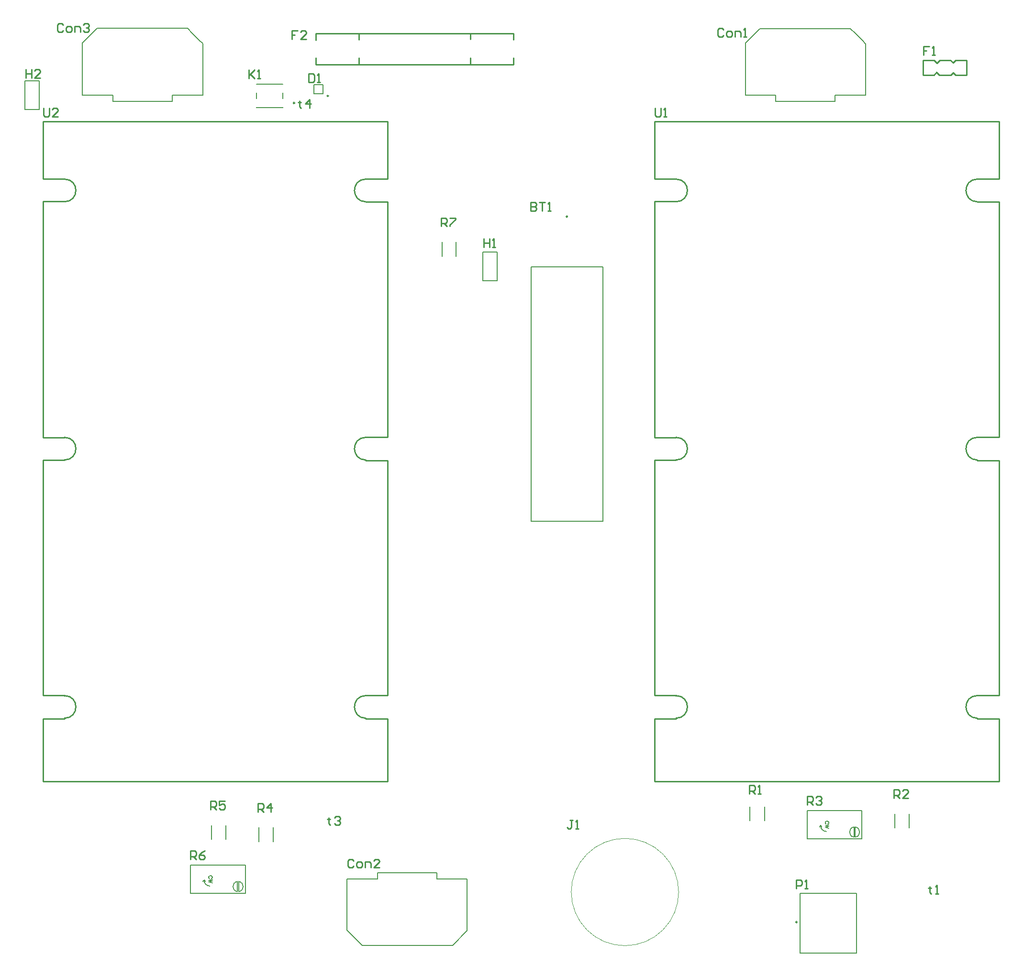
<source format=gto>
G04*
G04 #@! TF.GenerationSoftware,Altium Limited,Altium Designer,19.0.15 (446)*
G04*
G04 Layer_Color=65535*
%FSLAX25Y25*%
%MOIN*%
G70*
G01*
G75*
%ADD10C,0.00984*%
%ADD11C,0.00600*%
%ADD12C,0.01000*%
%ADD13C,0.00394*%
%ADD14C,0.00787*%
%ADD15C,0.00500*%
D10*
X543445Y22000D02*
G03*
X543445Y22000I-492J0D01*
G01*
X216929Y597933D02*
G03*
X216929Y597933I-492J0D01*
G01*
X383492Y513799D02*
G03*
X383492Y513799I-492J0D01*
G01*
X193421Y592980D02*
G03*
X193421Y592980I-492J0D01*
G01*
D11*
X583081Y88287D02*
G03*
X583081Y81241I374J-3523D01*
G01*
X583830Y81240D02*
G03*
X583830Y88288I-375J3524D01*
G01*
X559795Y89114D02*
G03*
X563752Y85158I3957J0D01*
G01*
X153581Y50287D02*
G03*
X153581Y43241I374J-3523D01*
G01*
X154330Y43240D02*
G03*
X154330Y50288I-375J3524D01*
G01*
X130295Y51114D02*
G03*
X134252Y47157I3957J0D01*
G01*
X583831Y81234D02*
Y88294D01*
X583081Y81235D02*
Y88293D01*
X559795Y89488D02*
X560602Y88307D01*
X559028D02*
X559795Y89488D01*
X154331Y43234D02*
Y50294D01*
X153581Y43235D02*
Y50293D01*
X130295Y51488D02*
X131102Y50307D01*
X129528D02*
X130295Y51488D01*
D12*
X459079Y344126D02*
G03*
X459079Y359874I0J7874D01*
G01*
Y524126D02*
G03*
X459079Y539874I0J7874D01*
G01*
X668921D02*
G03*
X668921Y524126I0J-7874D01*
G01*
Y359874D02*
G03*
X668921Y344126I0J-7874D01*
G01*
X459079Y164126D02*
G03*
X459079Y179874I0J7874D01*
G01*
X668921D02*
G03*
X668921Y164126I0J-7874D01*
G01*
X33079Y344126D02*
G03*
X33079Y359874I0J7874D01*
G01*
Y524126D02*
G03*
X33079Y539874I0J7874D01*
G01*
X242921D02*
G03*
X242921Y524126I0J-7874D01*
G01*
Y359874D02*
G03*
X242921Y344126I0J-7874D01*
G01*
X33079Y164126D02*
G03*
X33079Y179874I0J7874D01*
G01*
X242921D02*
G03*
X242921Y164126I0J-7874D01*
G01*
X208283Y636587D02*
Y639343D01*
Y641311D01*
Y619657D02*
Y624382D01*
Y619657D02*
X345685D01*
Y624382D01*
X208283Y641311D02*
X345685D01*
Y636980D02*
Y641311D01*
X238205Y636980D02*
Y641311D01*
Y619657D02*
Y624382D01*
X315764Y619657D02*
Y624382D01*
Y637374D02*
Y641311D01*
X444000Y120000D02*
Y163811D01*
Y180150D02*
Y295000D01*
Y309000D02*
Y343929D01*
Y359874D02*
Y524244D01*
Y540189D02*
Y580000D01*
X684000Y539953D02*
Y580000D01*
Y359953D02*
Y524126D01*
Y309000D02*
Y343732D01*
Y180150D02*
Y295000D01*
Y120000D02*
Y163811D01*
X668921D02*
X684000D01*
X668921Y180150D02*
X684000D01*
X668921Y343732D02*
X684000D01*
X668921Y359953D02*
X684000D01*
X668921Y524126D02*
X684000D01*
X668921Y539953D02*
X684000D01*
X447770Y540189D02*
X455309D01*
X444000Y524244D02*
X458291D01*
X444000Y359874D02*
X459079D01*
X447775Y344126D02*
X455314D01*
X444000Y180150D02*
X458803D01*
X444000Y163811D02*
X459079D01*
X444000Y580000D02*
X684000D01*
X444000Y120000D02*
X684000D01*
Y295000D02*
Y310071D01*
X444000Y295000D02*
Y309000D01*
X444005Y344126D02*
X447775D01*
X455314D02*
X459084D01*
X444000Y540189D02*
X447770D01*
X455309D02*
X459079D01*
X458803Y180150D02*
X459079Y179874D01*
X631106Y612500D02*
Y622776D01*
X638862D01*
X640791Y620846D01*
X661618Y612461D02*
Y622776D01*
X653941D02*
X661618D01*
X652110Y620945D02*
X653941Y622776D01*
X650280D02*
X652110Y620945D01*
X640791Y620846D02*
X642720Y622776D01*
X650280D01*
X631106Y612500D02*
X638744D01*
X640594Y614350D01*
X642445Y612500D01*
X650555D01*
X652209Y614154D01*
X653902Y612461D01*
X661618D01*
X18000Y120000D02*
Y163811D01*
Y180150D02*
Y295000D01*
Y309000D02*
Y343929D01*
Y359874D02*
Y524244D01*
Y540189D02*
Y580000D01*
X258000Y539953D02*
Y580000D01*
Y359953D02*
Y524126D01*
Y309000D02*
Y343732D01*
Y180150D02*
Y295000D01*
Y120000D02*
Y163811D01*
X242921D02*
X258000D01*
X242921Y180150D02*
X258000D01*
X242921Y343732D02*
X258000D01*
X242921Y359953D02*
X258000D01*
X242921Y524126D02*
X258000D01*
X242921Y539953D02*
X258000D01*
X21770Y540189D02*
X29309D01*
X18000Y524244D02*
X32291D01*
X18000Y359874D02*
X33079D01*
X21775Y344126D02*
X29314D01*
X18000Y180150D02*
X32803D01*
X18000Y163811D02*
X33079D01*
X18000Y580000D02*
X258000D01*
X18000Y120000D02*
X258000D01*
Y295000D02*
Y310071D01*
X18000Y295000D02*
Y309000D01*
X18005Y344126D02*
X21775D01*
X29314D02*
X33084D01*
X18000Y540189D02*
X21770D01*
X29309D02*
X33079D01*
X32803Y180150D02*
X33079Y179874D01*
X6000Y616498D02*
Y610500D01*
Y613499D01*
X9999D01*
Y616498D01*
Y610500D01*
X15997D02*
X11998D01*
X15997Y614499D01*
Y615498D01*
X14997Y616498D01*
X12998D01*
X11998Y615498D01*
X542950Y45550D02*
Y51548D01*
X545949D01*
X546949Y50548D01*
Y48549D01*
X545949Y47549D01*
X542950D01*
X548948Y45550D02*
X550947D01*
X549948D01*
Y51548D01*
X548948Y50548D01*
X203000Y613498D02*
Y607500D01*
X205999D01*
X206999Y608500D01*
Y612498D01*
X205999Y613498D01*
X203000D01*
X208998Y607500D02*
X210997D01*
X209998D01*
Y613498D01*
X208998Y612498D01*
X550400Y103652D02*
Y109650D01*
X553399D01*
X554399Y108650D01*
Y106651D01*
X553399Y105651D01*
X550400D01*
X552399D02*
X554399Y103652D01*
X556398Y108650D02*
X557398Y109650D01*
X559397D01*
X560397Y108650D01*
Y107651D01*
X559397Y106651D01*
X558397D01*
X559397D01*
X560397Y105651D01*
Y104652D01*
X559397Y103652D01*
X557398D01*
X556398Y104652D01*
X120900Y65700D02*
Y71698D01*
X123899D01*
X124899Y70698D01*
Y68699D01*
X123899Y67699D01*
X120900D01*
X122899D02*
X124899Y65700D01*
X130897Y71698D02*
X128897Y70698D01*
X126898Y68699D01*
Y66700D01*
X127898Y65700D01*
X129897D01*
X130897Y66700D01*
Y67699D01*
X129897Y68699D01*
X126898D01*
X18450Y589448D02*
Y584450D01*
X19450Y583450D01*
X21449D01*
X22449Y584450D01*
Y589448D01*
X28447Y583450D02*
X24448D01*
X28447Y587449D01*
Y588448D01*
X27447Y589448D01*
X25448D01*
X24448Y588448D01*
X444450Y589448D02*
Y584450D01*
X445450Y583450D01*
X447449D01*
X448449Y584450D01*
Y589448D01*
X450448Y583450D02*
X452447D01*
X451448D01*
Y589448D01*
X450448Y588448D01*
X196650Y594348D02*
Y593349D01*
X195650D01*
X197649D01*
X196650D01*
Y590350D01*
X197649Y589350D01*
X203647D02*
Y595348D01*
X200648Y592349D01*
X204647D01*
X217150Y94848D02*
Y93849D01*
X216150D01*
X218149D01*
X217150D01*
Y90850D01*
X218149Y89850D01*
X221148Y94848D02*
X222148Y95848D01*
X224147D01*
X225147Y94848D01*
Y93849D01*
X224147Y92849D01*
X223148D01*
X224147D01*
X225147Y91849D01*
Y90850D01*
X224147Y89850D01*
X222148D01*
X221148Y90850D01*
X635650Y46848D02*
Y45849D01*
X634650D01*
X636649D01*
X635650D01*
Y42850D01*
X636649Y41850D01*
X639648D02*
X641648D01*
X640648D01*
Y47848D01*
X639648Y46848D01*
X295400Y506900D02*
Y512898D01*
X298399D01*
X299399Y511898D01*
Y509899D01*
X298399Y508899D01*
X295400D01*
X297399D02*
X299399Y506900D01*
X301398Y512898D02*
X305397D01*
Y511898D01*
X301398Y507900D01*
Y506900D01*
X134750Y100250D02*
Y106248D01*
X137749D01*
X138749Y105248D01*
Y103249D01*
X137749Y102249D01*
X134750D01*
X136749D02*
X138749Y100250D01*
X144747Y106248D02*
X140748D01*
Y103249D01*
X142747Y104249D01*
X143747D01*
X144747Y103249D01*
Y101250D01*
X143747Y100250D01*
X141748D01*
X140748Y101250D01*
X167750Y98750D02*
Y104748D01*
X170749D01*
X171749Y103748D01*
Y101749D01*
X170749Y100749D01*
X167750D01*
X169749D02*
X171749Y98750D01*
X176747D02*
Y104748D01*
X173748Y101749D01*
X177747D01*
X610750Y108250D02*
Y114248D01*
X613749D01*
X614749Y113248D01*
Y111249D01*
X613749Y110249D01*
X610750D01*
X612749D02*
X614749Y108250D01*
X620747D02*
X616748D01*
X620747Y112249D01*
Y113248D01*
X619747Y114248D01*
X617748D01*
X616748Y113248D01*
X510205Y111248D02*
Y117246D01*
X513204D01*
X514204Y116246D01*
Y114247D01*
X513204Y113247D01*
X510205D01*
X512204D02*
X514204Y111248D01*
X516203D02*
X518202D01*
X517203D01*
Y117246D01*
X516203Y116246D01*
X161400Y615998D02*
Y610000D01*
Y611999D01*
X165399Y615998D01*
X162400Y612999D01*
X165399Y610000D01*
X167398D02*
X169397D01*
X168398D01*
Y615998D01*
X167398Y614998D01*
X387265Y93150D02*
X385266D01*
X386266D01*
Y88152D01*
X385266Y87152D01*
X384266D01*
X383267Y88152D01*
X389265Y87152D02*
X391264D01*
X390265D01*
Y93150D01*
X389265Y92150D01*
X325100Y498398D02*
Y492400D01*
Y495399D01*
X329099D01*
Y498398D01*
Y492400D01*
X331098D02*
X333097D01*
X332098D01*
Y498398D01*
X331098Y497398D01*
X195499Y643498D02*
X191500D01*
Y640499D01*
X193499D01*
X191500D01*
Y637500D01*
X201497D02*
X197498D01*
X201497Y641499D01*
Y642498D01*
X200497Y643498D01*
X198498D01*
X197498Y642498D01*
X635599Y632298D02*
X631600D01*
Y629299D01*
X633599D01*
X631600D01*
Y626300D01*
X637598D02*
X639597D01*
X638598D01*
Y632298D01*
X637598Y631298D01*
X31999Y647238D02*
X30999Y648238D01*
X29000D01*
X28000Y647238D01*
Y643240D01*
X29000Y642240D01*
X30999D01*
X31999Y643240D01*
X34998Y642240D02*
X36997D01*
X37997Y643240D01*
Y645239D01*
X36997Y646239D01*
X34998D01*
X33998Y645239D01*
Y643240D01*
X34998Y642240D01*
X39996D02*
Y646239D01*
X42995D01*
X43995Y645239D01*
Y642240D01*
X45994Y647238D02*
X46994Y648238D01*
X48993D01*
X49993Y647238D01*
Y646239D01*
X48993Y645239D01*
X47993D01*
X48993D01*
X49993Y644240D01*
Y643240D01*
X48993Y642240D01*
X46994D01*
X45994Y643240D01*
X234299Y64898D02*
X233299Y65898D01*
X231300D01*
X230300Y64898D01*
Y60900D01*
X231300Y59900D01*
X233299D01*
X234299Y60900D01*
X237298Y59900D02*
X239297D01*
X240297Y60900D01*
Y62899D01*
X239297Y63899D01*
X237298D01*
X236298Y62899D01*
Y60900D01*
X237298Y59900D01*
X242296D02*
Y63899D01*
X245295D01*
X246295Y62899D01*
Y59900D01*
X252293D02*
X248294D01*
X252293Y63899D01*
Y64898D01*
X251293Y65898D01*
X249294D01*
X248294Y64898D01*
X491999Y643998D02*
X490999Y644998D01*
X489000D01*
X488000Y643998D01*
Y640000D01*
X489000Y639000D01*
X490999D01*
X491999Y640000D01*
X494998Y639000D02*
X496997D01*
X497997Y640000D01*
Y641999D01*
X496997Y642999D01*
X494998D01*
X493998Y641999D01*
Y640000D01*
X494998Y639000D01*
X499996D02*
Y642999D01*
X502995D01*
X503995Y641999D01*
Y639000D01*
X505994D02*
X507994D01*
X506994D01*
Y644998D01*
X505994Y643998D01*
X357700Y523798D02*
Y517800D01*
X360699D01*
X361699Y518800D01*
Y519799D01*
X360699Y520799D01*
X357700D01*
X360699D01*
X361699Y521799D01*
Y522798D01*
X360699Y523798D01*
X357700D01*
X363698D02*
X367697D01*
X365697D01*
Y517800D01*
X369696D02*
X371695D01*
X370696D01*
Y523798D01*
X369696Y522798D01*
D13*
X397013Y16513D02*
G03*
X449907Y69407I26447J26447D01*
G01*
D02*
G03*
X397013Y16513I-26447J-26447D01*
G01*
D14*
X5500Y588500D02*
Y608500D01*
Y588500D02*
X15500D01*
Y608500D01*
X5500D02*
X15500D01*
X507335Y598390D02*
X528594D01*
X569933D02*
X591193D01*
X569933Y594059D02*
Y598390D01*
X528594Y594059D02*
X569933D01*
X528594D02*
Y598390D01*
X507335Y634610D02*
X517571Y644846D01*
X507335Y598390D02*
Y634610D01*
X591193Y598390D02*
Y634217D01*
X517571Y644846D02*
X580563D01*
X584106Y641303D01*
X588831Y636579D02*
X591193Y634217D01*
X584106Y641303D02*
X588831Y636579D01*
X545314Y42079D02*
X584685D01*
Y347D02*
Y42079D01*
X545314Y347D02*
X584685D01*
X545314D02*
Y42079D01*
X206929Y599350D02*
Y605650D01*
X213071D01*
X206929Y599350D02*
X213071D01*
Y605650D01*
X510583Y92579D02*
Y102421D01*
X520622Y92579D02*
Y102421D01*
X122220Y641437D02*
X126945Y636713D01*
X129307Y634350D01*
X118677Y644980D02*
X122220Y641437D01*
X55685Y644980D02*
X118677D01*
X129307Y598524D02*
Y634350D01*
X45449Y598524D02*
Y634744D01*
X55685Y644980D01*
X66709Y594193D02*
Y598524D01*
Y594193D02*
X108047D01*
Y598524D01*
X129307D01*
X45449D02*
X66709D01*
X621520Y87579D02*
Y97421D01*
X611480Y87579D02*
Y97421D01*
X232055Y14028D02*
X236780Y9303D01*
X229693Y16390D02*
X232055Y14028D01*
X236780Y9303D02*
X240323Y5760D01*
X303315D01*
X229693Y16390D02*
Y52217D01*
X313551Y15996D02*
Y52217D01*
X303315Y5760D02*
X313551Y15996D01*
X292291Y52217D02*
Y56547D01*
X250953D02*
X292291D01*
X250953Y52217D02*
Y56547D01*
X229693Y52217D02*
X250953D01*
X292291D02*
X313551D01*
X178520Y78079D02*
Y87921D01*
X168480Y78079D02*
Y87921D01*
X145520Y79579D02*
Y89421D01*
X135480Y79579D02*
Y89421D01*
X305921Y486079D02*
Y495921D01*
X296079Y486079D02*
Y495921D01*
X324500Y469000D02*
X334500D01*
X324500D02*
Y489000D01*
X334500D01*
Y469000D02*
Y489000D01*
X358000Y478583D02*
X408000D01*
X358000Y301417D02*
Y478583D01*
Y301417D02*
X408000D01*
Y478583D01*
X166846Y589831D02*
X185154D01*
Y606051D02*
Y606169D01*
Y596051D02*
Y599949D01*
Y589831D02*
Y589949D01*
X166846Y606169D02*
X185154D01*
X166846Y606051D02*
Y606169D01*
Y596051D02*
Y599949D01*
Y589831D02*
Y589949D01*
D15*
X588555Y80039D02*
Y99724D01*
X550366Y80039D02*
X588555D01*
X550366D02*
Y99724D01*
X588555D01*
X159055Y42039D02*
Y61724D01*
X120866Y42039D02*
X159055D01*
X120866D02*
Y61724D01*
X159055D01*
X564869Y90459D02*
X565107Y90578D01*
X565345Y90816D01*
X565464Y91054D01*
Y91530D01*
X565345Y91768D01*
X565107Y92006D01*
X564869Y92125D01*
X564512Y92244D01*
X563917D01*
X563560Y92125D01*
X563322Y92006D01*
X563084Y91768D01*
X562965Y91530D01*
Y91054D01*
X563084Y90816D01*
X563322Y90578D01*
X563560Y90459D01*
X565464Y89757D02*
X562965Y89161D01*
X565464Y88566D02*
X562965Y89161D01*
X565464Y88566D02*
X562965Y87971D01*
X565464Y87376D02*
X562965Y87971D01*
X135369Y52459D02*
X135607Y52578D01*
X135845Y52816D01*
X135964Y53054D01*
Y53530D01*
X135845Y53768D01*
X135607Y54006D01*
X135369Y54125D01*
X135012Y54244D01*
X134417D01*
X134060Y54125D01*
X133822Y54006D01*
X133584Y53768D01*
X133465Y53530D01*
Y53054D01*
X133584Y52816D01*
X133822Y52578D01*
X134060Y52459D01*
X135964Y51757D02*
X133465Y51161D01*
X135964Y50566D02*
X133465Y51161D01*
X135964Y50566D02*
X133465Y49971D01*
X135964Y49376D02*
X133465Y49971D01*
M02*

</source>
